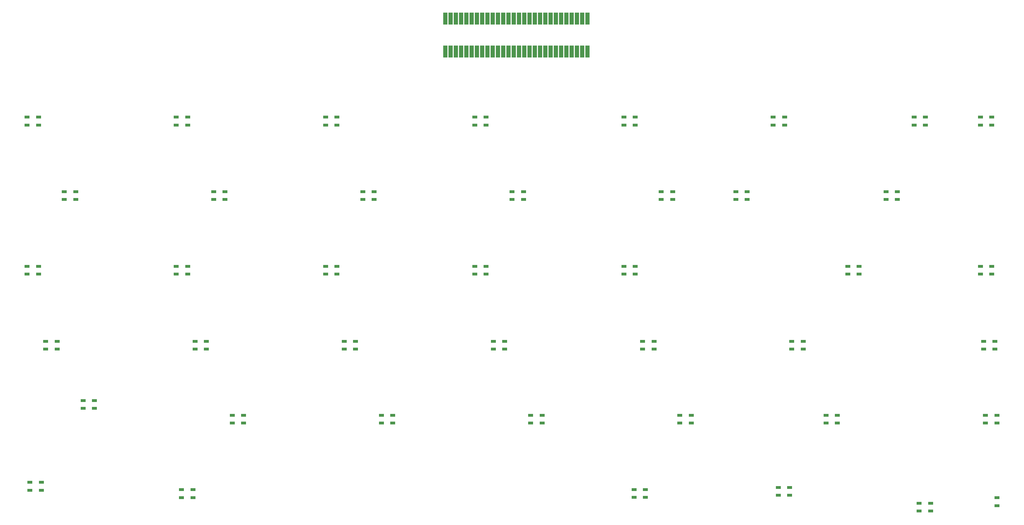
<source format=gbr>
%TF.GenerationSoftware,KiCad,Pcbnew,8.0.2*%
%TF.CreationDate,2024-05-05T23:04:00-07:00*%
%TF.ProjectId,g84_dropin,6738345f-6472-46f7-9069-6e2e6b696361,rev?*%
%TF.SameCoordinates,Original*%
%TF.FileFunction,Paste,Bot*%
%TF.FilePolarity,Positive*%
%FSLAX46Y46*%
G04 Gerber Fmt 4.6, Leading zero omitted, Abs format (unit mm)*
G04 Created by KiCad (PCBNEW 8.0.2) date 2024-05-05 23:04:00*
%MOMM*%
%LPD*%
G01*
G04 APERTURE LIST*
%ADD10R,1.000000X3.000000*%
%ADD11R,1.300000X0.700000*%
G04 APERTURE END LIST*
D10*
%TO.C,J4*%
X170710000Y-85282000D03*
X171980000Y-85282000D03*
X173250000Y-85282000D03*
X174520000Y-85282000D03*
X175790000Y-85282000D03*
X177060000Y-85282000D03*
X178330000Y-85282000D03*
X179600000Y-85282000D03*
X180870000Y-85282000D03*
X182140000Y-85282000D03*
X183410000Y-85282000D03*
X184680000Y-85282000D03*
X185950000Y-85282000D03*
X187220000Y-85282000D03*
X188490000Y-85282000D03*
X189760000Y-85282000D03*
X191030000Y-85282000D03*
X192300000Y-85282000D03*
X193570000Y-85282000D03*
X194840000Y-85282000D03*
X196110000Y-85282000D03*
X197380000Y-85282000D03*
X198650000Y-85282000D03*
X199920000Y-85282000D03*
X201190000Y-85282000D03*
X202460000Y-85282000D03*
X203730000Y-85282000D03*
X205000000Y-85282000D03*
%TD*%
%TO.C,J5*%
X170750000Y-93218000D03*
X172020000Y-93218000D03*
X173290000Y-93218000D03*
X174560000Y-93218000D03*
X175830000Y-93218000D03*
X177100000Y-93218000D03*
X178370000Y-93218000D03*
X179640000Y-93218000D03*
X180910000Y-93218000D03*
X182180000Y-93218000D03*
X183450000Y-93218000D03*
X184720000Y-93218000D03*
X185990000Y-93218000D03*
X187260000Y-93218000D03*
X188530000Y-93218000D03*
X189800000Y-93218000D03*
X191070000Y-93218000D03*
X192340000Y-93218000D03*
X193610000Y-93218000D03*
X194880000Y-93218000D03*
X196150000Y-93218000D03*
X197420000Y-93218000D03*
X198690000Y-93218000D03*
X199960000Y-93218000D03*
X201230000Y-93218000D03*
X202500000Y-93218000D03*
X203770000Y-93218000D03*
X205040000Y-93218000D03*
%TD*%
D11*
%TO.C,D24*%
X108580000Y-147000000D03*
X108580000Y-145100000D03*
%TD*%
%TO.C,D23*%
X105830000Y-147000000D03*
X105830000Y-145100000D03*
%TD*%
%TO.C,D28*%
X180580000Y-147000000D03*
X180580000Y-145100000D03*
%TD*%
%TO.C,D40*%
X221080000Y-165150000D03*
X221080000Y-163250000D03*
%TD*%
%TO.C,D5*%
X141830000Y-111000000D03*
X141830000Y-109100000D03*
%TD*%
%TO.C,D60*%
X287830000Y-204250000D03*
X287830000Y-202350000D03*
%TD*%
%TO.C,D45*%
X155330000Y-183000000D03*
X155330000Y-181100000D03*
%TD*%
%TO.C,D29*%
X213830000Y-147000000D03*
X213830000Y-145100000D03*
%TD*%
%TO.C,D82*%
X303830000Y-183000000D03*
X303830000Y-181100000D03*
%TD*%
%TO.C,D13*%
X114830000Y-129000000D03*
X114830000Y-127100000D03*
%TD*%
%TO.C,D38*%
X185080000Y-165150000D03*
X185080000Y-163250000D03*
%TD*%
%TO.C,D18*%
X189580000Y-129000000D03*
X189580000Y-127100000D03*
%TD*%
%TO.C,D21*%
X69830000Y-147000000D03*
X69830000Y-145100000D03*
%TD*%
%TO.C,D59*%
X285080000Y-204250000D03*
X285080000Y-202350000D03*
%TD*%
%TO.C,D61*%
X249830000Y-111000000D03*
X249830000Y-109100000D03*
%TD*%
%TO.C,D15*%
X150830000Y-129000000D03*
X150830000Y-127100000D03*
%TD*%
%TO.C,D51*%
X70500000Y-199200000D03*
X70500000Y-197300000D03*
%TD*%
%TO.C,D44*%
X122080000Y-183000000D03*
X122080000Y-181100000D03*
%TD*%
%TO.C,D63*%
X283830000Y-111000000D03*
X283830000Y-109100000D03*
%TD*%
%TO.C,D20*%
X225580000Y-129000000D03*
X225580000Y-127100000D03*
%TD*%
%TO.C,D10*%
X216580000Y-111000000D03*
X216580000Y-109100000D03*
%TD*%
%TO.C,D62*%
X252580000Y-111000000D03*
X252580000Y-109100000D03*
%TD*%
%TO.C,D57*%
X251080000Y-200450000D03*
X251080000Y-198550000D03*
%TD*%
%TO.C,D26*%
X144580000Y-147000000D03*
X144580000Y-145100000D03*
%TD*%
%TO.C,D49*%
X227330000Y-183000000D03*
X227330000Y-181100000D03*
%TD*%
%TO.C,D50*%
X230080000Y-183000000D03*
X230080000Y-181100000D03*
%TD*%
%TO.C,D33*%
X110330000Y-165150000D03*
X110330000Y-163250000D03*
%TD*%
%TO.C,D70*%
X243580000Y-129000000D03*
X243580000Y-127100000D03*
%TD*%
%TO.C,D58*%
X253830000Y-198550000D03*
X253830000Y-200450000D03*
%TD*%
%TO.C,D32*%
X77080000Y-165150000D03*
X77080000Y-163250000D03*
%TD*%
%TO.C,D17*%
X186830000Y-129000000D03*
X186830000Y-127100000D03*
%TD*%
%TO.C,D52*%
X73250000Y-199200000D03*
X73250000Y-197300000D03*
%TD*%
%TO.C,D30*%
X216580000Y-147000000D03*
X216580000Y-145100000D03*
%TD*%
%TO.C,D68*%
X277080000Y-129000000D03*
X277080000Y-127100000D03*
%TD*%
%TO.C,D41*%
X83330000Y-179450000D03*
X83330000Y-177550000D03*
%TD*%
%TO.C,D66*%
X302580000Y-111000000D03*
X302580000Y-109100000D03*
%TD*%
%TO.C,D55*%
X216250000Y-200950000D03*
X216250000Y-199050000D03*
%TD*%
%TO.C,D77*%
X257080000Y-165150000D03*
X257080000Y-163250000D03*
%TD*%
%TO.C,D6*%
X144580000Y-111000000D03*
X144580000Y-109100000D03*
%TD*%
%TO.C,D54*%
X109830000Y-199100000D03*
X109830000Y-201000000D03*
%TD*%
%TO.C,D48*%
X194080000Y-183000000D03*
X194080000Y-181100000D03*
%TD*%
%TO.C,D72*%
X270580000Y-147000000D03*
X270580000Y-145100000D03*
%TD*%
%TO.C,D42*%
X86080000Y-179450000D03*
X86080000Y-177550000D03*
%TD*%
%TO.C,D37*%
X182330000Y-165150000D03*
X182330000Y-163250000D03*
%TD*%
%TO.C,D64*%
X286580000Y-111000000D03*
X286580000Y-109100000D03*
%TD*%
%TO.C,D80*%
X265330000Y-183000000D03*
X265330000Y-181100000D03*
%TD*%
%TO.C,D3*%
X105830000Y-111000000D03*
X105830000Y-109100000D03*
%TD*%
%TO.C,D73*%
X299830000Y-147000000D03*
X299830000Y-145100000D03*
%TD*%
%TO.C,D74*%
X302580000Y-147000000D03*
X302580000Y-145100000D03*
%TD*%
%TO.C,D27*%
X177830000Y-147000000D03*
X177830000Y-145100000D03*
%TD*%
%TO.C,D34*%
X113080000Y-165150000D03*
X113080000Y-163250000D03*
%TD*%
%TO.C,D8*%
X180580000Y-111000000D03*
X180580000Y-109100000D03*
%TD*%
%TO.C,D7*%
X177830000Y-111000000D03*
X177830000Y-109100000D03*
%TD*%
%TO.C,D76*%
X300580000Y-165150000D03*
X300580000Y-163250000D03*
%TD*%
%TO.C,D25*%
X141830000Y-147000000D03*
X141830000Y-145100000D03*
%TD*%
%TO.C,D22*%
X72580000Y-147000000D03*
X72580000Y-145100000D03*
%TD*%
%TO.C,D2*%
X72580000Y-111000000D03*
X72580000Y-109100000D03*
%TD*%
%TO.C,D39*%
X218330000Y-165150000D03*
X218330000Y-163250000D03*
%TD*%
%TO.C,D31*%
X74330000Y-165150000D03*
X74330000Y-163250000D03*
%TD*%
%TO.C,D79*%
X262580000Y-183000000D03*
X262580000Y-181100000D03*
%TD*%
%TO.C,D16*%
X153580000Y-129000000D03*
X153580000Y-127100000D03*
%TD*%
%TO.C,D43*%
X119330000Y-183000000D03*
X119330000Y-181100000D03*
%TD*%
%TO.C,D83*%
X303830000Y-202950000D03*
X303830000Y-201050000D03*
%TD*%
%TO.C,D67*%
X279830000Y-129000000D03*
X279830000Y-127100000D03*
%TD*%
%TO.C,D46*%
X158080000Y-183000000D03*
X158080000Y-181100000D03*
%TD*%
%TO.C,D35*%
X146330000Y-165150000D03*
X146330000Y-163250000D03*
%TD*%
%TO.C,D11*%
X78830000Y-129000000D03*
X78830000Y-127100000D03*
%TD*%
%TO.C,D47*%
X191330000Y-183000000D03*
X191330000Y-181100000D03*
%TD*%
%TO.C,D81*%
X301080000Y-183000000D03*
X301080000Y-181100000D03*
%TD*%
%TO.C,D78*%
X254330000Y-165150000D03*
X254330000Y-163250000D03*
%TD*%
%TO.C,D12*%
X81580000Y-129000000D03*
X81580000Y-127100000D03*
%TD*%
%TO.C,D14*%
X117580000Y-129000000D03*
X117580000Y-127100000D03*
%TD*%
%TO.C,D9*%
X213830000Y-111000000D03*
X213830000Y-109100000D03*
%TD*%
%TO.C,D53*%
X107080000Y-199100000D03*
X107080000Y-201000000D03*
%TD*%
%TO.C,D4*%
X108580000Y-111000000D03*
X108580000Y-109100000D03*
%TD*%
%TO.C,D1*%
X69830000Y-111000000D03*
X69830000Y-109100000D03*
%TD*%
%TO.C,D69*%
X240830000Y-129000000D03*
X240830000Y-127100000D03*
%TD*%
%TO.C,D19*%
X222830000Y-129000000D03*
X222830000Y-127100000D03*
%TD*%
%TO.C,D75*%
X303330000Y-165150000D03*
X303330000Y-163250000D03*
%TD*%
%TO.C,D56*%
X219000000Y-199050000D03*
X219000000Y-200950000D03*
%TD*%
%TO.C,D65*%
X299830000Y-111000000D03*
X299830000Y-109100000D03*
%TD*%
%TO.C,D71*%
X267830000Y-147000000D03*
X267830000Y-145100000D03*
%TD*%
%TO.C,D36*%
X149080000Y-165150000D03*
X149080000Y-163250000D03*
%TD*%
M02*

</source>
